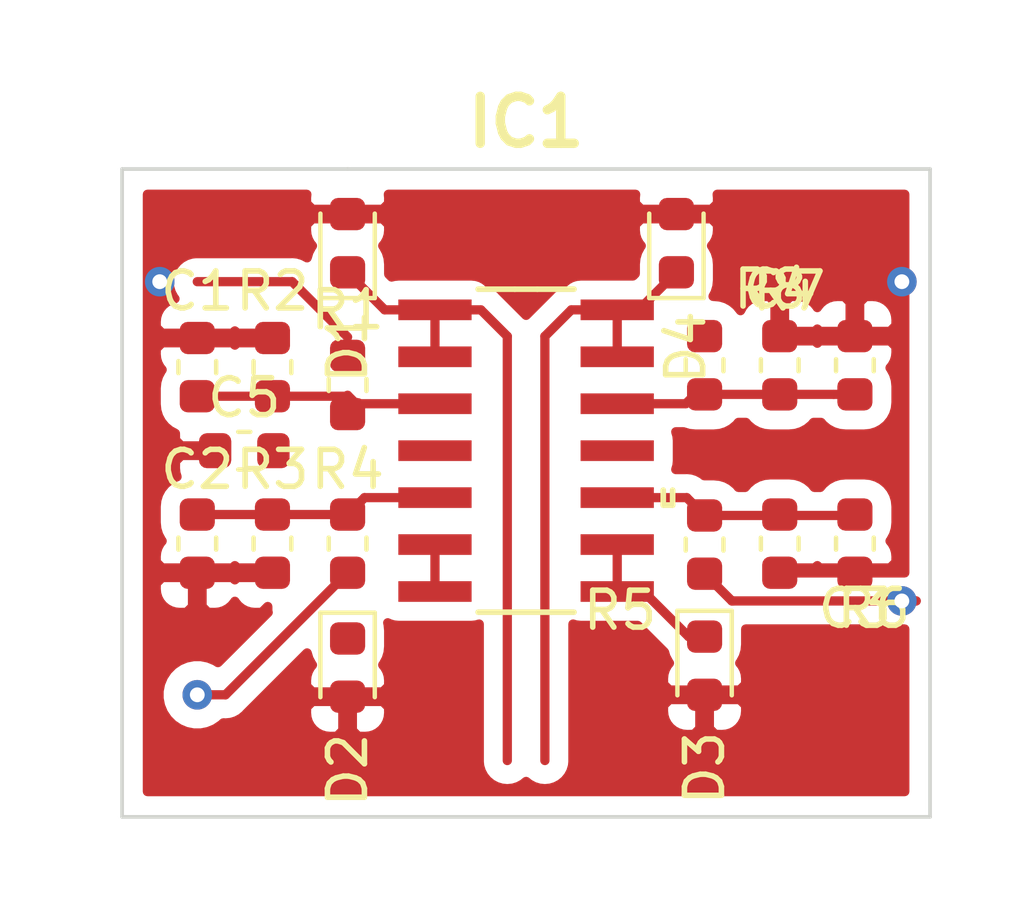
<source format=kicad_pcb>
(kicad_pcb (version 20171130) (host pcbnew "(5.1.4)-1")

  (general
    (thickness 1.6)
    (drawings 5)
    (tracks 48)
    (zones 0)
    (modules 18)
    (nets 13)
  )

  (page A4)
  (layers
    (0 F.Cu signal)
    (31 B.Cu signal)
    (32 B.Adhes user)
    (33 F.Adhes user)
    (34 B.Paste user)
    (35 F.Paste user)
    (36 B.SilkS user)
    (37 F.SilkS user)
    (38 B.Mask user)
    (39 F.Mask user)
    (40 Dwgs.User user)
    (41 Cmts.User user)
    (42 Eco1.User user)
    (43 Eco2.User user)
    (44 Edge.Cuts user)
    (45 Margin user)
    (46 B.CrtYd user)
    (47 F.CrtYd user)
    (48 B.Fab user)
    (49 F.Fab user hide)
  )

  (setup
    (last_trace_width 0.25)
    (trace_clearance 0.2)
    (zone_clearance 0.508)
    (zone_45_only no)
    (trace_min 0.25)
    (via_size 0.8)
    (via_drill 0.4)
    (via_min_size 0.4)
    (via_min_drill 0.3)
    (uvia_size 0.3)
    (uvia_drill 0.1)
    (uvias_allowed no)
    (uvia_min_size 0.2)
    (uvia_min_drill 0.1)
    (edge_width 0.05)
    (segment_width 0.2)
    (pcb_text_width 0.3)
    (pcb_text_size 1.5 1.5)
    (mod_edge_width 0.12)
    (mod_text_size 1 1)
    (mod_text_width 0.15)
    (pad_size 0.875 0.95)
    (pad_drill 0)
    (pad_to_mask_clearance 0.051)
    (solder_mask_min_width 0.25)
    (aux_axis_origin 0 0)
    (visible_elements 7FFFF7FF)
    (pcbplotparams
      (layerselection 0x010fc_ffffffff)
      (usegerberextensions false)
      (usegerberattributes false)
      (usegerberadvancedattributes false)
      (creategerberjobfile false)
      (excludeedgelayer true)
      (linewidth 0.100000)
      (plotframeref false)
      (viasonmask false)
      (mode 1)
      (useauxorigin false)
      (hpglpennumber 1)
      (hpglpenspeed 20)
      (hpglpendiameter 15.000000)
      (psnegative false)
      (psa4output false)
      (plotreference true)
      (plotvalue true)
      (plotinvisibletext false)
      (padsonsilk false)
      (subtractmaskfromsilk false)
      (outputformat 1)
      (mirror false)
      (drillshape 1)
      (scaleselection 1)
      (outputdirectory ""))
  )

  (net 0 "")
  (net 1 GND)
  (net 2 IN1+)
  (net 3 IN2+)
  (net 4 IN3+)
  (net 5 IN4+)
  (net 6 Out1)
  (net 7 Out2)
  (net 8 Out4)
  (net 9 Out3)
  (net 10 Sensor_Input_2)
  (net 11 Sensor_Input_4)
  (net 12 Sensor_Input_3)

  (net_class Default "This is the default net class."
    (clearance 0.2)
    (trace_width 0.25)
    (via_dia 0.8)
    (via_drill 0.4)
    (uvia_dia 0.3)
    (uvia_drill 0.1)
    (add_net GND)
    (add_net IN1+)
    (add_net IN2+)
    (add_net IN3+)
    (add_net IN4+)
    (add_net "Net-(C5-Pad2)")
    (add_net "Net-(IC1-Pad11)")
    (add_net "Net-(IC1-Pad4)")
    (add_net Out1)
    (add_net Out2)
    (add_net Out3)
    (add_net Out4)
    (add_net Sensor_Input_1)
    (add_net Sensor_Input_2)
    (add_net Sensor_Input_3)
    (add_net Sensor_Input_4)
  )

  (module AR20_Voltagedivider:SOIC127P600X175-14N (layer F.Cu) (tedit 0) (tstamp 5DB7D83A)
    (at 155.194 82.296)
    (descr SOIC127P600X175-14N)
    (tags "Integrated Circuit")
    (path /5DB71EF9)
    (attr smd)
    (fp_text reference IC1 (at 0 -8.89) (layer F.SilkS)
      (effects (font (size 1.27 1.27) (thickness 0.254)))
    )
    (fp_text value LM324DRG3 (at 0 -5.588) (layer F.SilkS) hide
      (effects (font (size 1.27 0.5) (thickness 0.05)))
    )
    (fp_line (start 3.7084 1.4732) (end 3.7084 1.0668) (layer F.SilkS) (width 0.1524))
    (fp_line (start 3.9624 1.4732) (end 3.7084 1.4732) (layer F.SilkS) (width 0.1524))
    (fp_line (start 3.9624 1.0668) (end 3.9624 1.4732) (layer F.SilkS) (width 0.1524))
    (fp_line (start -0.3048 -4.3688) (end -1.2954 -4.3688) (layer F.SilkS) (width 0.1524))
    (fp_line (start 0.3048 -4.3688) (end -0.3048 -4.3688) (layer F.SilkS) (width 0.1524))
    (fp_line (start 1.2954 -4.3688) (end 0.3048 -4.3688) (layer F.SilkS) (width 0.1524))
    (fp_line (start -1.2954 4.3688) (end 1.2954 4.3688) (layer F.SilkS) (width 0.1524))
    (fp_line (start -2.0066 -4.3688) (end -2.0066 4.3688) (layer F.Fab) (width 0.1524))
    (fp_line (start -0.3048 -4.3688) (end -2.0066 -4.3688) (layer F.Fab) (width 0.1524))
    (fp_line (start 0.3048 -4.3688) (end -0.3048 -4.3688) (layer F.Fab) (width 0.1524))
    (fp_line (start 2.0066 -4.3688) (end 0.3048 -4.3688) (layer F.Fab) (width 0.1524))
    (fp_line (start 2.0066 4.3688) (end 2.0066 -4.3688) (layer F.Fab) (width 0.1524))
    (fp_line (start -2.0066 4.3688) (end 2.0066 4.3688) (layer F.Fab) (width 0.1524))
    (fp_line (start 3.0988 -4.064) (end 2.0066 -4.064) (layer F.Fab) (width 0.1524))
    (fp_line (start 3.0988 -3.556) (end 3.0988 -4.064) (layer F.Fab) (width 0.1524))
    (fp_line (start 2.0066 -3.556) (end 3.0988 -3.556) (layer F.Fab) (width 0.1524))
    (fp_line (start 2.0066 -4.064) (end 2.0066 -3.556) (layer F.Fab) (width 0.1524))
    (fp_line (start 3.0988 -2.794) (end 2.0066 -2.794) (layer F.Fab) (width 0.1524))
    (fp_line (start 3.0988 -2.286) (end 3.0988 -2.794) (layer F.Fab) (width 0.1524))
    (fp_line (start 2.0066 -2.286) (end 3.0988 -2.286) (layer F.Fab) (width 0.1524))
    (fp_line (start 2.0066 -2.794) (end 2.0066 -2.286) (layer F.Fab) (width 0.1524))
    (fp_line (start 3.0988 -1.524) (end 2.0066 -1.524) (layer F.Fab) (width 0.1524))
    (fp_line (start 3.0988 -1.016) (end 3.0988 -1.524) (layer F.Fab) (width 0.1524))
    (fp_line (start 2.0066 -1.016) (end 3.0988 -1.016) (layer F.Fab) (width 0.1524))
    (fp_line (start 2.0066 -1.524) (end 2.0066 -1.016) (layer F.Fab) (width 0.1524))
    (fp_line (start 3.0988 -0.254) (end 2.0066 -0.254) (layer F.Fab) (width 0.1524))
    (fp_line (start 3.0988 0.254) (end 3.0988 -0.254) (layer F.Fab) (width 0.1524))
    (fp_line (start 2.0066 0.254) (end 3.0988 0.254) (layer F.Fab) (width 0.1524))
    (fp_line (start 2.0066 -0.254) (end 2.0066 0.254) (layer F.Fab) (width 0.1524))
    (fp_line (start 3.0988 1.016) (end 2.0066 1.016) (layer F.Fab) (width 0.1524))
    (fp_line (start 3.0988 1.524) (end 3.0988 1.016) (layer F.Fab) (width 0.1524))
    (fp_line (start 2.0066 1.524) (end 3.0988 1.524) (layer F.Fab) (width 0.1524))
    (fp_line (start 2.0066 1.016) (end 2.0066 1.524) (layer F.Fab) (width 0.1524))
    (fp_line (start 3.0988 2.286) (end 2.0066 2.286) (layer F.Fab) (width 0.1524))
    (fp_line (start 3.0988 2.794) (end 3.0988 2.286) (layer F.Fab) (width 0.1524))
    (fp_line (start 2.0066 2.794) (end 3.0988 2.794) (layer F.Fab) (width 0.1524))
    (fp_line (start 2.0066 2.286) (end 2.0066 2.794) (layer F.Fab) (width 0.1524))
    (fp_line (start 3.0988 3.556) (end 2.0066 3.556) (layer F.Fab) (width 0.1524))
    (fp_line (start 3.0988 4.064) (end 3.0988 3.556) (layer F.Fab) (width 0.1524))
    (fp_line (start 2.0066 4.064) (end 3.0988 4.064) (layer F.Fab) (width 0.1524))
    (fp_line (start 2.0066 3.556) (end 2.0066 4.064) (layer F.Fab) (width 0.1524))
    (fp_line (start -3.0988 4.064) (end -2.0066 4.064) (layer F.Fab) (width 0.1524))
    (fp_line (start -3.0988 3.556) (end -3.0988 4.064) (layer F.Fab) (width 0.1524))
    (fp_line (start -2.0066 3.556) (end -3.0988 3.556) (layer F.Fab) (width 0.1524))
    (fp_line (start -2.0066 4.064) (end -2.0066 3.556) (layer F.Fab) (width 0.1524))
    (fp_line (start -3.0988 2.794) (end -2.0066 2.794) (layer F.Fab) (width 0.1524))
    (fp_line (start -3.0988 2.286) (end -3.0988 2.794) (layer F.Fab) (width 0.1524))
    (fp_line (start -2.0066 2.286) (end -3.0988 2.286) (layer F.Fab) (width 0.1524))
    (fp_line (start -2.0066 2.794) (end -2.0066 2.286) (layer F.Fab) (width 0.1524))
    (fp_line (start -3.0988 1.524) (end -2.0066 1.524) (layer F.Fab) (width 0.1524))
    (fp_line (start -3.0988 1.016) (end -3.0988 1.524) (layer F.Fab) (width 0.1524))
    (fp_line (start -2.0066 1.016) (end -3.0988 1.016) (layer F.Fab) (width 0.1524))
    (fp_line (start -2.0066 1.524) (end -2.0066 1.016) (layer F.Fab) (width 0.1524))
    (fp_line (start -3.0988 0.254) (end -2.0066 0.254) (layer F.Fab) (width 0.1524))
    (fp_line (start -3.0988 -0.254) (end -3.0988 0.254) (layer F.Fab) (width 0.1524))
    (fp_line (start -2.0066 -0.254) (end -3.0988 -0.254) (layer F.Fab) (width 0.1524))
    (fp_line (start -2.0066 0.254) (end -2.0066 -0.254) (layer F.Fab) (width 0.1524))
    (fp_line (start -3.0988 -1.016) (end -2.0066 -1.016) (layer F.Fab) (width 0.1524))
    (fp_line (start -3.0988 -1.524) (end -3.0988 -1.016) (layer F.Fab) (width 0.1524))
    (fp_line (start -2.0066 -1.524) (end -3.0988 -1.524) (layer F.Fab) (width 0.1524))
    (fp_line (start -2.0066 -1.016) (end -2.0066 -1.524) (layer F.Fab) (width 0.1524))
    (fp_line (start -3.0988 -2.286) (end -2.0066 -2.286) (layer F.Fab) (width 0.1524))
    (fp_line (start -3.0988 -2.794) (end -3.0988 -2.286) (layer F.Fab) (width 0.1524))
    (fp_line (start -2.0066 -2.794) (end -3.0988 -2.794) (layer F.Fab) (width 0.1524))
    (fp_line (start -2.0066 -2.286) (end -2.0066 -2.794) (layer F.Fab) (width 0.1524))
    (fp_line (start -3.0988 -3.556) (end -2.0066 -3.556) (layer F.Fab) (width 0.1524))
    (fp_line (start -3.0988 -4.064) (end -3.0988 -3.556) (layer F.Fab) (width 0.1524))
    (fp_line (start -2.0066 -4.064) (end -3.0988 -4.064) (layer F.Fab) (width 0.1524))
    (fp_line (start -2.0066 -3.556) (end -2.0066 -4.064) (layer F.Fab) (width 0.1524))
    (pad 14 smd rect (at 2.4638 -3.81 90) (size 0.5588 1.9812) (layers F.Cu F.Paste F.Mask)
      (net 8 Out4))
    (pad 13 smd rect (at 2.4638 -2.54 90) (size 0.5588 1.9812) (layers F.Cu F.Paste F.Mask)
      (net 8 Out4))
    (pad 12 smd rect (at 2.4638 -1.27 90) (size 0.5588 1.9812) (layers F.Cu F.Paste F.Mask)
      (net 5 IN4+))
    (pad 11 smd rect (at 2.4638 0 90) (size 0.5588 1.9812) (layers F.Cu F.Paste F.Mask))
    (pad 10 smd rect (at 2.4638 1.27 90) (size 0.5588 1.9812) (layers F.Cu F.Paste F.Mask)
      (net 4 IN3+))
    (pad 9 smd rect (at 2.4638 2.54 90) (size 0.5588 1.9812) (layers F.Cu F.Paste F.Mask)
      (net 9 Out3))
    (pad 8 smd rect (at 2.4638 3.81 90) (size 0.5588 1.9812) (layers F.Cu F.Paste F.Mask)
      (net 9 Out3))
    (pad 7 smd rect (at -2.4638 3.81 90) (size 0.5588 1.9812) (layers F.Cu F.Paste F.Mask)
      (net 7 Out2))
    (pad 6 smd rect (at -2.4638 2.54 90) (size 0.5588 1.9812) (layers F.Cu F.Paste F.Mask)
      (net 7 Out2))
    (pad 5 smd rect (at -2.4638 1.27 90) (size 0.5588 1.9812) (layers F.Cu F.Paste F.Mask)
      (net 3 IN2+))
    (pad 4 smd rect (at -2.4638 0 90) (size 0.5588 1.9812) (layers F.Cu F.Paste F.Mask))
    (pad 3 smd rect (at -2.4638 -1.27 90) (size 0.5588 1.9812) (layers F.Cu F.Paste F.Mask)
      (net 2 IN1+))
    (pad 2 smd rect (at -2.4638 -2.54 90) (size 0.5588 1.9812) (layers F.Cu F.Paste F.Mask)
      (net 6 Out1))
    (pad 1 smd rect (at -2.4638 -3.81 90) (size 0.5588 1.9812) (layers F.Cu F.Paste F.Mask)
      (net 6 Out1))
  )

  (module Capacitor_SMD:C_0603_1608Metric (layer F.Cu) (tedit 5B301BBE) (tstamp 5DB8CC25)
    (at 147.574 82.296)
    (descr "Capacitor SMD 0603 (1608 Metric), square (rectangular) end terminal, IPC_7351 nominal, (Body size source: http://www.tortai-tech.com/upload/download/2011102023233369053.pdf), generated with kicad-footprint-generator")
    (tags capacitor)
    (path /5DBB5E86)
    (attr smd)
    (fp_text reference C5 (at 0 -1.43) (layer F.SilkS)
      (effects (font (size 1 1) (thickness 0.15)))
    )
    (fp_text value C (at 0 1.43) (layer F.Fab)
      (effects (font (size 1 1) (thickness 0.15)))
    )
    (fp_text user %R (at 0 0) (layer F.Fab)
      (effects (font (size 0.4 0.4) (thickness 0.06)))
    )
    (fp_line (start 1.48 0.73) (end -1.48 0.73) (layer F.CrtYd) (width 0.05))
    (fp_line (start 1.48 -0.73) (end 1.48 0.73) (layer F.CrtYd) (width 0.05))
    (fp_line (start -1.48 -0.73) (end 1.48 -0.73) (layer F.CrtYd) (width 0.05))
    (fp_line (start -1.48 0.73) (end -1.48 -0.73) (layer F.CrtYd) (width 0.05))
    (fp_line (start -0.162779 0.51) (end 0.162779 0.51) (layer F.SilkS) (width 0.12))
    (fp_line (start -0.162779 -0.51) (end 0.162779 -0.51) (layer F.SilkS) (width 0.12))
    (fp_line (start 0.8 0.4) (end -0.8 0.4) (layer F.Fab) (width 0.1))
    (fp_line (start 0.8 -0.4) (end 0.8 0.4) (layer F.Fab) (width 0.1))
    (fp_line (start -0.8 -0.4) (end 0.8 -0.4) (layer F.Fab) (width 0.1))
    (fp_line (start -0.8 0.4) (end -0.8 -0.4) (layer F.Fab) (width 0.1))
    (pad 2 smd roundrect (at 0.7875 0) (size 0.875 0.95) (layers F.Cu F.Paste F.Mask) (roundrect_rratio 0.25))
    (pad 1 smd roundrect (at -0.7875 0) (size 0.875 0.95) (layers F.Cu F.Paste F.Mask) (roundrect_rratio 0.25)
      (net 1 GND))
    (model ${KISYS3DMOD}/Capacitor_SMD.3dshapes/C_0603_1608Metric.wrl
      (at (xyz 0 0 0))
      (scale (xyz 1 1 1))
      (rotate (xyz 0 0 0))
    )
  )

  (module Resistor_SMD:R_0603_1608Metric (layer F.Cu) (tedit 5B301BBD) (tstamp 5DB7E37F)
    (at 164.084 79.9845 90)
    (descr "Resistor SMD 0603 (1608 Metric), square (rectangular) end terminal, IPC_7351 nominal, (Body size source: http://www.tortai-tech.com/upload/download/2011102023233369053.pdf), generated with kicad-footprint-generator")
    (tags resistor)
    (path /5DB9ADF3)
    (attr smd)
    (fp_text reference R8 (at 2.0575 -2.286 180) (layer F.SilkS)
      (effects (font (size 1 1) (thickness 0.15)))
    )
    (fp_text value 20k (at 0 1.43 90) (layer F.Fab)
      (effects (font (size 1 1) (thickness 0.15)))
    )
    (fp_text user %R (at 0 0 90) (layer F.Fab)
      (effects (font (size 0.4 0.4) (thickness 0.06)))
    )
    (fp_line (start 1.48 0.73) (end -1.48 0.73) (layer F.CrtYd) (width 0.05))
    (fp_line (start 1.48 -0.73) (end 1.48 0.73) (layer F.CrtYd) (width 0.05))
    (fp_line (start -1.48 -0.73) (end 1.48 -0.73) (layer F.CrtYd) (width 0.05))
    (fp_line (start -1.48 0.73) (end -1.48 -0.73) (layer F.CrtYd) (width 0.05))
    (fp_line (start -0.162779 0.51) (end 0.162779 0.51) (layer F.SilkS) (width 0.12))
    (fp_line (start -0.162779 -0.51) (end 0.162779 -0.51) (layer F.SilkS) (width 0.12))
    (fp_line (start 0.8 0.4) (end -0.8 0.4) (layer F.Fab) (width 0.1))
    (fp_line (start 0.8 -0.4) (end 0.8 0.4) (layer F.Fab) (width 0.1))
    (fp_line (start -0.8 -0.4) (end 0.8 -0.4) (layer F.Fab) (width 0.1))
    (fp_line (start -0.8 0.4) (end -0.8 -0.4) (layer F.Fab) (width 0.1))
    (pad 2 smd roundrect (at 0.7875 0 90) (size 0.875 0.95) (layers F.Cu F.Paste F.Mask) (roundrect_rratio 0.25)
      (net 1 GND))
    (pad 1 smd roundrect (at -0.7875 0 90) (size 0.875 0.95) (layers F.Cu F.Paste F.Mask) (roundrect_rratio 0.25)
      (net 5 IN4+))
    (model ${KISYS3DMOD}/Resistor_SMD.3dshapes/R_0603_1608Metric.wrl
      (at (xyz 0 0 0))
      (scale (xyz 1 1 1))
      (rotate (xyz 0 0 0))
    )
  )

  (module Resistor_SMD:R_0603_1608Metric (layer F.Cu) (tedit 5B301BBD) (tstamp 5DB7E36E)
    (at 160.02 79.9845 270)
    (descr "Resistor SMD 0603 (1608 Metric), square (rectangular) end terminal, IPC_7351 nominal, (Body size source: http://www.tortai-tech.com/upload/download/2011102023233369053.pdf), generated with kicad-footprint-generator")
    (tags resistor)
    (path /5DB9ADED)
    (attr smd)
    (fp_text reference R7 (at -2.0065 -2.286 180) (layer F.SilkS)
      (effects (font (size 1 1) (thickness 0.15)))
    )
    (fp_text value 10k (at 0 1.43 90) (layer F.Fab)
      (effects (font (size 1 1) (thickness 0.15)))
    )
    (fp_text user %R (at 0 0 90) (layer F.Fab)
      (effects (font (size 0.4 0.4) (thickness 0.06)))
    )
    (fp_line (start 1.48 0.73) (end -1.48 0.73) (layer F.CrtYd) (width 0.05))
    (fp_line (start 1.48 -0.73) (end 1.48 0.73) (layer F.CrtYd) (width 0.05))
    (fp_line (start -1.48 -0.73) (end 1.48 -0.73) (layer F.CrtYd) (width 0.05))
    (fp_line (start -1.48 0.73) (end -1.48 -0.73) (layer F.CrtYd) (width 0.05))
    (fp_line (start -0.162779 0.51) (end 0.162779 0.51) (layer F.SilkS) (width 0.12))
    (fp_line (start -0.162779 -0.51) (end 0.162779 -0.51) (layer F.SilkS) (width 0.12))
    (fp_line (start 0.8 0.4) (end -0.8 0.4) (layer F.Fab) (width 0.1))
    (fp_line (start 0.8 -0.4) (end 0.8 0.4) (layer F.Fab) (width 0.1))
    (fp_line (start -0.8 -0.4) (end 0.8 -0.4) (layer F.Fab) (width 0.1))
    (fp_line (start -0.8 0.4) (end -0.8 -0.4) (layer F.Fab) (width 0.1))
    (pad 2 smd roundrect (at 0.7875 0 270) (size 0.875 0.95) (layers F.Cu F.Paste F.Mask) (roundrect_rratio 0.25)
      (net 5 IN4+))
    (pad 1 smd roundrect (at -0.7875 0 270) (size 0.875 0.95) (layers F.Cu F.Paste F.Mask) (roundrect_rratio 0.25))
    (model ${KISYS3DMOD}/Resistor_SMD.3dshapes/R_0603_1608Metric.wrl
      (at (xyz 0 0 0))
      (scale (xyz 1 1 1))
      (rotate (xyz 0 0 0))
    )
  )

  (module Resistor_SMD:R_0603_1608Metric (layer F.Cu) (tedit 5B301BBD) (tstamp 5DB7E35D)
    (at 162.052 84.8105 270)
    (descr "Resistor SMD 0603 (1608 Metric), square (rectangular) end terminal, IPC_7351 nominal, (Body size source: http://www.tortai-tech.com/upload/download/2011102023233369053.pdf), generated with kicad-footprint-generator")
    (tags resistor)
    (path /5DB97337)
    (attr smd)
    (fp_text reference R6 (at 1.7525 -2.54 180) (layer F.SilkS)
      (effects (font (size 1 1) (thickness 0.15)))
    )
    (fp_text value 20k (at 0 1.43 90) (layer F.Fab)
      (effects (font (size 1 1) (thickness 0.15)))
    )
    (fp_text user %R (at 0 0 90) (layer F.Fab)
      (effects (font (size 0.4 0.4) (thickness 0.06)))
    )
    (fp_line (start 1.48 0.73) (end -1.48 0.73) (layer F.CrtYd) (width 0.05))
    (fp_line (start 1.48 -0.73) (end 1.48 0.73) (layer F.CrtYd) (width 0.05))
    (fp_line (start -1.48 -0.73) (end 1.48 -0.73) (layer F.CrtYd) (width 0.05))
    (fp_line (start -1.48 0.73) (end -1.48 -0.73) (layer F.CrtYd) (width 0.05))
    (fp_line (start -0.162779 0.51) (end 0.162779 0.51) (layer F.SilkS) (width 0.12))
    (fp_line (start -0.162779 -0.51) (end 0.162779 -0.51) (layer F.SilkS) (width 0.12))
    (fp_line (start 0.8 0.4) (end -0.8 0.4) (layer F.Fab) (width 0.1))
    (fp_line (start 0.8 -0.4) (end 0.8 0.4) (layer F.Fab) (width 0.1))
    (fp_line (start -0.8 -0.4) (end 0.8 -0.4) (layer F.Fab) (width 0.1))
    (fp_line (start -0.8 0.4) (end -0.8 -0.4) (layer F.Fab) (width 0.1))
    (pad 2 smd roundrect (at 0.7875 0 270) (size 0.875 0.95) (layers F.Cu F.Paste F.Mask) (roundrect_rratio 0.25)
      (net 1 GND))
    (pad 1 smd roundrect (at -0.7875 0 270) (size 0.875 0.95) (layers F.Cu F.Paste F.Mask) (roundrect_rratio 0.25)
      (net 4 IN3+))
    (model ${KISYS3DMOD}/Resistor_SMD.3dshapes/R_0603_1608Metric.wrl
      (at (xyz 0 0 0))
      (scale (xyz 1 1 1))
      (rotate (xyz 0 0 0))
    )
  )

  (module Resistor_SMD:R_0603_1608Metric (layer F.Cu) (tedit 5B301BBD) (tstamp 5DB7E34C)
    (at 160.02 84.836 90)
    (descr "Resistor SMD 0603 (1608 Metric), square (rectangular) end terminal, IPC_7351 nominal, (Body size source: http://www.tortai-tech.com/upload/download/2011102023233369053.pdf), generated with kicad-footprint-generator")
    (tags resistor)
    (path /5DB97331)
    (attr smd)
    (fp_text reference R5 (at -1.778 -2.286 180) (layer F.SilkS)
      (effects (font (size 1 1) (thickness 0.15)))
    )
    (fp_text value 10k (at 0 1.43 90) (layer F.Fab)
      (effects (font (size 1 1) (thickness 0.15)))
    )
    (fp_text user %R (at 0 0 90) (layer F.Fab)
      (effects (font (size 0.4 0.4) (thickness 0.06)))
    )
    (fp_line (start 1.48 0.73) (end -1.48 0.73) (layer F.CrtYd) (width 0.05))
    (fp_line (start 1.48 -0.73) (end 1.48 0.73) (layer F.CrtYd) (width 0.05))
    (fp_line (start -1.48 -0.73) (end 1.48 -0.73) (layer F.CrtYd) (width 0.05))
    (fp_line (start -1.48 0.73) (end -1.48 -0.73) (layer F.CrtYd) (width 0.05))
    (fp_line (start -0.162779 0.51) (end 0.162779 0.51) (layer F.SilkS) (width 0.12))
    (fp_line (start -0.162779 -0.51) (end 0.162779 -0.51) (layer F.SilkS) (width 0.12))
    (fp_line (start 0.8 0.4) (end -0.8 0.4) (layer F.Fab) (width 0.1))
    (fp_line (start 0.8 -0.4) (end 0.8 0.4) (layer F.Fab) (width 0.1))
    (fp_line (start -0.8 -0.4) (end 0.8 -0.4) (layer F.Fab) (width 0.1))
    (fp_line (start -0.8 0.4) (end -0.8 -0.4) (layer F.Fab) (width 0.1))
    (pad 2 smd roundrect (at 0.7875 0 90) (size 0.875 0.95) (layers F.Cu F.Paste F.Mask) (roundrect_rratio 0.25)
      (net 4 IN3+))
    (pad 1 smd roundrect (at -0.7875 0 90) (size 0.875 0.95) (layers F.Cu F.Paste F.Mask) (roundrect_rratio 0.25))
    (model ${KISYS3DMOD}/Resistor_SMD.3dshapes/R_0603_1608Metric.wrl
      (at (xyz 0 0 0))
      (scale (xyz 1 1 1))
      (rotate (xyz 0 0 0))
    )
  )

  (module Resistor_SMD:R_0603_1608Metric (layer F.Cu) (tedit 5B301BBD) (tstamp 5DB7E33B)
    (at 148.336 84.8105 270)
    (descr "Resistor SMD 0603 (1608 Metric), square (rectangular) end terminal, IPC_7351 nominal, (Body size source: http://www.tortai-tech.com/upload/download/2011102023233369053.pdf), generated with kicad-footprint-generator")
    (tags resistor)
    (path /5DB99295)
    (attr smd)
    (fp_text reference R4 (at -2.0065 -2.032 180) (layer F.SilkS)
      (effects (font (size 1 1) (thickness 0.15)))
    )
    (fp_text value 20k (at 2.8195 0 90) (layer F.Fab)
      (effects (font (size 1 1) (thickness 0.15)))
    )
    (fp_text user %R (at 0 0 90) (layer F.Fab)
      (effects (font (size 0.4 0.4) (thickness 0.06)))
    )
    (fp_line (start 1.48 0.73) (end -1.48 0.73) (layer F.CrtYd) (width 0.05))
    (fp_line (start 1.48 -0.73) (end 1.48 0.73) (layer F.CrtYd) (width 0.05))
    (fp_line (start -1.48 -0.73) (end 1.48 -0.73) (layer F.CrtYd) (width 0.05))
    (fp_line (start -1.48 0.73) (end -1.48 -0.73) (layer F.CrtYd) (width 0.05))
    (fp_line (start -0.162779 0.51) (end 0.162779 0.51) (layer F.SilkS) (width 0.12))
    (fp_line (start -0.162779 -0.51) (end 0.162779 -0.51) (layer F.SilkS) (width 0.12))
    (fp_line (start 0.8 0.4) (end -0.8 0.4) (layer F.Fab) (width 0.1))
    (fp_line (start 0.8 -0.4) (end 0.8 0.4) (layer F.Fab) (width 0.1))
    (fp_line (start -0.8 -0.4) (end 0.8 -0.4) (layer F.Fab) (width 0.1))
    (fp_line (start -0.8 0.4) (end -0.8 -0.4) (layer F.Fab) (width 0.1))
    (pad 2 smd roundrect (at 0.7875 0 270) (size 0.875 0.95) (layers F.Cu F.Paste F.Mask) (roundrect_rratio 0.25)
      (net 1 GND))
    (pad 1 smd roundrect (at -0.7875 0 270) (size 0.875 0.95) (layers F.Cu F.Paste F.Mask) (roundrect_rratio 0.25)
      (net 3 IN2+))
    (model ${KISYS3DMOD}/Resistor_SMD.3dshapes/R_0603_1608Metric.wrl
      (at (xyz 0 0 0))
      (scale (xyz 1 1 1))
      (rotate (xyz 0 0 0))
    )
  )

  (module Resistor_SMD:R_0603_1608Metric (layer F.Cu) (tedit 5DB9CA2A) (tstamp 5DB7E32A)
    (at 150.368 84.8105 90)
    (descr "Resistor SMD 0603 (1608 Metric), square (rectangular) end terminal, IPC_7351 nominal, (Body size source: http://www.tortai-tech.com/upload/download/2011102023233369053.pdf), generated with kicad-footprint-generator")
    (tags resistor)
    (path /5DB9928F)
    (attr smd)
    (fp_text reference R3 (at 2.0065 -2.032 180) (layer F.SilkS)
      (effects (font (size 1 1) (thickness 0.15)))
    )
    (fp_text value 10k (at 0 1.43 90) (layer F.Fab)
      (effects (font (size 1 1) (thickness 0.15)))
    )
    (fp_text user %R (at 0 0 90) (layer F.Fab)
      (effects (font (size 0.4 0.4) (thickness 0.06)))
    )
    (fp_line (start 1.48 0.73) (end -1.48 0.73) (layer F.CrtYd) (width 0.05))
    (fp_line (start 1.48 -0.73) (end 1.48 0.73) (layer F.CrtYd) (width 0.05))
    (fp_line (start -1.48 -0.73) (end 1.48 -0.73) (layer F.CrtYd) (width 0.05))
    (fp_line (start -1.48 0.73) (end -1.48 -0.73) (layer F.CrtYd) (width 0.05))
    (fp_line (start -0.162779 0.51) (end 0.162779 0.51) (layer F.SilkS) (width 0.12))
    (fp_line (start -0.162779 -0.51) (end 0.162779 -0.51) (layer F.SilkS) (width 0.12))
    (fp_line (start 0.8 0.4) (end -0.8 0.4) (layer F.Fab) (width 0.1))
    (fp_line (start 0.8 -0.4) (end 0.8 0.4) (layer F.Fab) (width 0.1))
    (fp_line (start -0.8 -0.4) (end 0.8 -0.4) (layer F.Fab) (width 0.1))
    (fp_line (start -0.8 0.4) (end -0.8 -0.4) (layer F.Fab) (width 0.1))
    (pad 2 smd roundrect (at 0.7875 0 90) (size 0.875 0.95) (layers F.Cu F.Paste F.Mask) (roundrect_rratio 0.25)
      (net 3 IN2+))
    (pad 1 smd roundrect (at -0.7875 0 90) (size 0.875 0.95) (layers F.Cu F.Paste F.Mask) (roundrect_rratio 0.25))
    (model ${KISYS3DMOD}/Resistor_SMD.3dshapes/R_0603_1608Metric.wrl
      (at (xyz 0 0 0))
      (scale (xyz 1 1 1))
      (rotate (xyz 0 0 0))
    )
  )

  (module Diode_SMD:D_0603_1608Metric (layer F.Cu) (tedit 5B301BBE) (tstamp 5DB7E22D)
    (at 159.258 76.6825 90)
    (descr "Diode SMD 0603 (1608 Metric), square (rectangular) end terminal, IPC_7351 nominal, (Body size source: http://www.tortai-tech.com/upload/download/2011102023233369053.pdf), generated with kicad-footprint-generator")
    (tags diode)
    (path /5DB9ADFF)
    (attr smd)
    (fp_text reference D4 (at -2.8195 0.254 90) (layer F.SilkS)
      (effects (font (size 1 1) (thickness 0.15)))
    )
    (fp_text value 3V (at 0 1.43 90) (layer F.Fab)
      (effects (font (size 1 1) (thickness 0.15)))
    )
    (fp_text user %R (at 0 0 90) (layer F.Fab)
      (effects (font (size 0.4 0.4) (thickness 0.06)))
    )
    (fp_line (start 1.48 0.73) (end -1.48 0.73) (layer F.CrtYd) (width 0.05))
    (fp_line (start 1.48 -0.73) (end 1.48 0.73) (layer F.CrtYd) (width 0.05))
    (fp_line (start -1.48 -0.73) (end 1.48 -0.73) (layer F.CrtYd) (width 0.05))
    (fp_line (start -1.48 0.73) (end -1.48 -0.73) (layer F.CrtYd) (width 0.05))
    (fp_line (start -1.485 0.735) (end 0.8 0.735) (layer F.SilkS) (width 0.12))
    (fp_line (start -1.485 -0.735) (end -1.485 0.735) (layer F.SilkS) (width 0.12))
    (fp_line (start 0.8 -0.735) (end -1.485 -0.735) (layer F.SilkS) (width 0.12))
    (fp_line (start 0.8 0.4) (end 0.8 -0.4) (layer F.Fab) (width 0.1))
    (fp_line (start -0.8 0.4) (end 0.8 0.4) (layer F.Fab) (width 0.1))
    (fp_line (start -0.8 -0.1) (end -0.8 0.4) (layer F.Fab) (width 0.1))
    (fp_line (start -0.5 -0.4) (end -0.8 -0.1) (layer F.Fab) (width 0.1))
    (fp_line (start 0.8 -0.4) (end -0.5 -0.4) (layer F.Fab) (width 0.1))
    (pad 2 smd roundrect (at 0.7875 0 90) (size 0.875 0.95) (layers F.Cu F.Paste F.Mask) (roundrect_rratio 0.25)
      (net 1 GND))
    (pad 1 smd roundrect (at -0.7875 0 90) (size 0.875 0.95) (layers F.Cu F.Paste F.Mask) (roundrect_rratio 0.25)
      (net 8 Out4))
    (model ${KISYS3DMOD}/Diode_SMD.3dshapes/D_0603_1608Metric.wrl
      (at (xyz 0 0 0))
      (scale (xyz 1 1 1))
      (rotate (xyz 0 0 0))
    )
  )

  (module Diode_SMD:D_0603_1608Metric (layer F.Cu) (tedit 5B301BBE) (tstamp 5DB7E21A)
    (at 160.02 88.1125 270)
    (descr "Diode SMD 0603 (1608 Metric), square (rectangular) end terminal, IPC_7351 nominal, (Body size source: http://www.tortai-tech.com/upload/download/2011102023233369053.pdf), generated with kicad-footprint-generator")
    (tags diode)
    (path /5DB97343)
    (attr smd)
    (fp_text reference D3 (at 2.7685 0 90) (layer F.SilkS)
      (effects (font (size 1 1) (thickness 0.15)))
    )
    (fp_text value 3V (at 0 1.43 90) (layer F.Fab)
      (effects (font (size 1 1) (thickness 0.15)))
    )
    (fp_text user %R (at 0 0 90) (layer F.Fab)
      (effects (font (size 0.4 0.4) (thickness 0.06)))
    )
    (fp_line (start 1.48 0.73) (end -1.48 0.73) (layer F.CrtYd) (width 0.05))
    (fp_line (start 1.48 -0.73) (end 1.48 0.73) (layer F.CrtYd) (width 0.05))
    (fp_line (start -1.48 -0.73) (end 1.48 -0.73) (layer F.CrtYd) (width 0.05))
    (fp_line (start -1.48 0.73) (end -1.48 -0.73) (layer F.CrtYd) (width 0.05))
    (fp_line (start -1.485 0.735) (end 0.8 0.735) (layer F.SilkS) (width 0.12))
    (fp_line (start -1.485 -0.735) (end -1.485 0.735) (layer F.SilkS) (width 0.12))
    (fp_line (start 0.8 -0.735) (end -1.485 -0.735) (layer F.SilkS) (width 0.12))
    (fp_line (start 0.8 0.4) (end 0.8 -0.4) (layer F.Fab) (width 0.1))
    (fp_line (start -0.8 0.4) (end 0.8 0.4) (layer F.Fab) (width 0.1))
    (fp_line (start -0.8 -0.1) (end -0.8 0.4) (layer F.Fab) (width 0.1))
    (fp_line (start -0.5 -0.4) (end -0.8 -0.1) (layer F.Fab) (width 0.1))
    (fp_line (start 0.8 -0.4) (end -0.5 -0.4) (layer F.Fab) (width 0.1))
    (pad 2 smd roundrect (at 0.7875 0 270) (size 0.875 0.95) (layers F.Cu F.Paste F.Mask) (roundrect_rratio 0.25)
      (net 1 GND))
    (pad 1 smd roundrect (at -0.7875 0 270) (size 0.875 0.95) (layers F.Cu F.Paste F.Mask) (roundrect_rratio 0.25)
      (net 9 Out3))
    (model ${KISYS3DMOD}/Diode_SMD.3dshapes/D_0603_1608Metric.wrl
      (at (xyz 0 0 0))
      (scale (xyz 1 1 1))
      (rotate (xyz 0 0 0))
    )
  )

  (module Diode_SMD:D_0603_1608Metric (layer F.Cu) (tedit 5B301BBE) (tstamp 5DB7E207)
    (at 150.368 88.1635 270)
    (descr "Diode SMD 0603 (1608 Metric), square (rectangular) end terminal, IPC_7351 nominal, (Body size source: http://www.tortai-tech.com/upload/download/2011102023233369053.pdf), generated with kicad-footprint-generator")
    (tags diode)
    (path /5DB992A1)
    (attr smd)
    (fp_text reference D2 (at 2.7685 0 90) (layer F.SilkS)
      (effects (font (size 1 1) (thickness 0.15)))
    )
    (fp_text value 3V (at 0 1.43 90) (layer F.Fab)
      (effects (font (size 1 1) (thickness 0.15)))
    )
    (fp_text user %R (at 0 0 90) (layer F.Fab)
      (effects (font (size 0.4 0.4) (thickness 0.06)))
    )
    (fp_line (start 1.48 0.73) (end -1.48 0.73) (layer F.CrtYd) (width 0.05))
    (fp_line (start 1.48 -0.73) (end 1.48 0.73) (layer F.CrtYd) (width 0.05))
    (fp_line (start -1.48 -0.73) (end 1.48 -0.73) (layer F.CrtYd) (width 0.05))
    (fp_line (start -1.48 0.73) (end -1.48 -0.73) (layer F.CrtYd) (width 0.05))
    (fp_line (start -1.485 0.735) (end 0.8 0.735) (layer F.SilkS) (width 0.12))
    (fp_line (start -1.485 -0.735) (end -1.485 0.735) (layer F.SilkS) (width 0.12))
    (fp_line (start 0.8 -0.735) (end -1.485 -0.735) (layer F.SilkS) (width 0.12))
    (fp_line (start 0.8 0.4) (end 0.8 -0.4) (layer F.Fab) (width 0.1))
    (fp_line (start -0.8 0.4) (end 0.8 0.4) (layer F.Fab) (width 0.1))
    (fp_line (start -0.8 -0.1) (end -0.8 0.4) (layer F.Fab) (width 0.1))
    (fp_line (start -0.5 -0.4) (end -0.8 -0.1) (layer F.Fab) (width 0.1))
    (fp_line (start 0.8 -0.4) (end -0.5 -0.4) (layer F.Fab) (width 0.1))
    (pad 2 smd roundrect (at 0.7875 0 270) (size 0.875 0.95) (layers F.Cu F.Paste F.Mask) (roundrect_rratio 0.25)
      (net 1 GND))
    (pad 1 smd roundrect (at -0.7875 0 270) (size 0.875 0.95) (layers F.Cu F.Paste F.Mask) (roundrect_rratio 0.25)
      (net 7 Out2))
    (model ${KISYS3DMOD}/Diode_SMD.3dshapes/D_0603_1608Metric.wrl
      (at (xyz 0 0 0))
      (scale (xyz 1 1 1))
      (rotate (xyz 0 0 0))
    )
  )

  (module Capacitor_SMD:C_0603_1608Metric (layer F.Cu) (tedit 5B301BBE) (tstamp 5DB7E1D0)
    (at 162.052 79.9845 90)
    (descr "Capacitor SMD 0603 (1608 Metric), square (rectangular) end terminal, IPC_7351 nominal, (Body size source: http://www.tortai-tech.com/upload/download/2011102023233369053.pdf), generated with kicad-footprint-generator")
    (tags capacitor)
    (path /5DB9ADF9)
    (attr smd)
    (fp_text reference C4 (at 2.0575 0 180) (layer F.SilkS)
      (effects (font (size 1 1) (thickness 0.15)))
    )
    (fp_text value 1.5n (at 0 1.43 90) (layer F.Fab)
      (effects (font (size 1 1) (thickness 0.15)))
    )
    (fp_text user %R (at 0 0 90) (layer F.Fab)
      (effects (font (size 0.4 0.4) (thickness 0.06)))
    )
    (fp_line (start 1.48 0.73) (end -1.48 0.73) (layer F.CrtYd) (width 0.05))
    (fp_line (start 1.48 -0.73) (end 1.48 0.73) (layer F.CrtYd) (width 0.05))
    (fp_line (start -1.48 -0.73) (end 1.48 -0.73) (layer F.CrtYd) (width 0.05))
    (fp_line (start -1.48 0.73) (end -1.48 -0.73) (layer F.CrtYd) (width 0.05))
    (fp_line (start -0.162779 0.51) (end 0.162779 0.51) (layer F.SilkS) (width 0.12))
    (fp_line (start -0.162779 -0.51) (end 0.162779 -0.51) (layer F.SilkS) (width 0.12))
    (fp_line (start 0.8 0.4) (end -0.8 0.4) (layer F.Fab) (width 0.1))
    (fp_line (start 0.8 -0.4) (end 0.8 0.4) (layer F.Fab) (width 0.1))
    (fp_line (start -0.8 -0.4) (end 0.8 -0.4) (layer F.Fab) (width 0.1))
    (fp_line (start -0.8 0.4) (end -0.8 -0.4) (layer F.Fab) (width 0.1))
    (pad 2 smd roundrect (at 0.7875 0 90) (size 0.875 0.95) (layers F.Cu F.Paste F.Mask) (roundrect_rratio 0.25)
      (net 1 GND))
    (pad 1 smd roundrect (at -0.7875 0 90) (size 0.875 0.95) (layers F.Cu F.Paste F.Mask) (roundrect_rratio 0.25)
      (net 5 IN4+))
    (model ${KISYS3DMOD}/Capacitor_SMD.3dshapes/C_0603_1608Metric.wrl
      (at (xyz 0 0 0))
      (scale (xyz 1 1 1))
      (rotate (xyz 0 0 0))
    )
  )

  (module Capacitor_SMD:C_0603_1608Metric (layer F.Cu) (tedit 5B301BBE) (tstamp 5DB7E1BF)
    (at 164.084 84.8105 270)
    (descr "Capacitor SMD 0603 (1608 Metric), square (rectangular) end terminal, IPC_7351 nominal, (Body size source: http://www.tortai-tech.com/upload/download/2011102023233369053.pdf), generated with kicad-footprint-generator")
    (tags capacitor)
    (path /5DB9733D)
    (attr smd)
    (fp_text reference C3 (at 1.7525 0 180) (layer F.SilkS)
      (effects (font (size 1 1) (thickness 0.15)))
    )
    (fp_text value 1.5n (at 0 1.43 90) (layer F.Fab)
      (effects (font (size 1 1) (thickness 0.15)))
    )
    (fp_text user %R (at 0 0 90) (layer F.Fab)
      (effects (font (size 0.4 0.4) (thickness 0.06)))
    )
    (fp_line (start 1.48 0.73) (end -1.48 0.73) (layer F.CrtYd) (width 0.05))
    (fp_line (start 1.48 -0.73) (end 1.48 0.73) (layer F.CrtYd) (width 0.05))
    (fp_line (start -1.48 -0.73) (end 1.48 -0.73) (layer F.CrtYd) (width 0.05))
    (fp_line (start -1.48 0.73) (end -1.48 -0.73) (layer F.CrtYd) (width 0.05))
    (fp_line (start -0.162779 0.51) (end 0.162779 0.51) (layer F.SilkS) (width 0.12))
    (fp_line (start -0.162779 -0.51) (end 0.162779 -0.51) (layer F.SilkS) (width 0.12))
    (fp_line (start 0.8 0.4) (end -0.8 0.4) (layer F.Fab) (width 0.1))
    (fp_line (start 0.8 -0.4) (end 0.8 0.4) (layer F.Fab) (width 0.1))
    (fp_line (start -0.8 -0.4) (end 0.8 -0.4) (layer F.Fab) (width 0.1))
    (fp_line (start -0.8 0.4) (end -0.8 -0.4) (layer F.Fab) (width 0.1))
    (pad 2 smd roundrect (at 0.7875 0 270) (size 0.875 0.95) (layers F.Cu F.Paste F.Mask) (roundrect_rratio 0.25)
      (net 1 GND))
    (pad 1 smd roundrect (at -0.7875 0 270) (size 0.875 0.95) (layers F.Cu F.Paste F.Mask) (roundrect_rratio 0.25)
      (net 4 IN3+))
    (model ${KISYS3DMOD}/Capacitor_SMD.3dshapes/C_0603_1608Metric.wrl
      (at (xyz 0 0 0))
      (scale (xyz 1 1 1))
      (rotate (xyz 0 0 0))
    )
  )

  (module Capacitor_SMD:C_0603_1608Metric (layer F.Cu) (tedit 5B301BBE) (tstamp 5DB7E1AE)
    (at 146.304 84.8105 270)
    (descr "Capacitor SMD 0603 (1608 Metric), square (rectangular) end terminal, IPC_7351 nominal, (Body size source: http://www.tortai-tech.com/upload/download/2011102023233369053.pdf), generated with kicad-footprint-generator")
    (tags capacitor)
    (path /5DB9929B)
    (attr smd)
    (fp_text reference C2 (at -2.0065 0 180) (layer F.SilkS)
      (effects (font (size 1 1) (thickness 0.15)))
    )
    (fp_text value 1.5n (at 0 1.43 90) (layer F.Fab)
      (effects (font (size 1 1) (thickness 0.15)))
    )
    (fp_text user %R (at 0 0 90) (layer F.Fab)
      (effects (font (size 0.4 0.4) (thickness 0.06)))
    )
    (fp_line (start 1.48 0.73) (end -1.48 0.73) (layer F.CrtYd) (width 0.05))
    (fp_line (start 1.48 -0.73) (end 1.48 0.73) (layer F.CrtYd) (width 0.05))
    (fp_line (start -1.48 -0.73) (end 1.48 -0.73) (layer F.CrtYd) (width 0.05))
    (fp_line (start -1.48 0.73) (end -1.48 -0.73) (layer F.CrtYd) (width 0.05))
    (fp_line (start -0.162779 0.51) (end 0.162779 0.51) (layer F.SilkS) (width 0.12))
    (fp_line (start -0.162779 -0.51) (end 0.162779 -0.51) (layer F.SilkS) (width 0.12))
    (fp_line (start 0.8 0.4) (end -0.8 0.4) (layer F.Fab) (width 0.1))
    (fp_line (start 0.8 -0.4) (end 0.8 0.4) (layer F.Fab) (width 0.1))
    (fp_line (start -0.8 -0.4) (end 0.8 -0.4) (layer F.Fab) (width 0.1))
    (fp_line (start -0.8 0.4) (end -0.8 -0.4) (layer F.Fab) (width 0.1))
    (pad 2 smd roundrect (at 0.7875 0 270) (size 0.875 0.95) (layers F.Cu F.Paste F.Mask) (roundrect_rratio 0.25)
      (net 1 GND))
    (pad 1 smd roundrect (at -0.7875 0 270) (size 0.875 0.95) (layers F.Cu F.Paste F.Mask) (roundrect_rratio 0.25)
      (net 3 IN2+))
    (model ${KISYS3DMOD}/Capacitor_SMD.3dshapes/C_0603_1608Metric.wrl
      (at (xyz 0 0 0))
      (scale (xyz 1 1 1))
      (rotate (xyz 0 0 0))
    )
  )

  (module Diode_SMD:D_0603_1608Metric (layer F.Cu) (tedit 5B301BBE) (tstamp 5DB7C8CC)
    (at 150.368 76.6825 90)
    (descr "Diode SMD 0603 (1608 Metric), square (rectangular) end terminal, IPC_7351 nominal, (Body size source: http://www.tortai-tech.com/upload/download/2011102023233369053.pdf), generated with kicad-footprint-generator")
    (tags diode)
    (path /5DB76D8D)
    (attr smd)
    (fp_text reference D1 (at -2.794 0 90) (layer F.SilkS)
      (effects (font (size 1 1) (thickness 0.15)))
    )
    (fp_text value 3V (at 2.032 0 180) (layer F.Fab)
      (effects (font (size 1 1) (thickness 0.15)))
    )
    (fp_text user %R (at 2.032 -1.27 180) (layer F.Fab)
      (effects (font (size 0.4 0.4) (thickness 0.06)))
    )
    (fp_line (start 1.48 0.73) (end -1.48 0.73) (layer F.CrtYd) (width 0.05))
    (fp_line (start 1.48 -0.73) (end 1.48 0.73) (layer F.CrtYd) (width 0.05))
    (fp_line (start -1.48 -0.73) (end 1.48 -0.73) (layer F.CrtYd) (width 0.05))
    (fp_line (start -1.48 0.73) (end -1.48 -0.73) (layer F.CrtYd) (width 0.05))
    (fp_line (start -1.485 0.735) (end 0.8 0.735) (layer F.SilkS) (width 0.12))
    (fp_line (start -1.485 -0.735) (end -1.485 0.735) (layer F.SilkS) (width 0.12))
    (fp_line (start 0.8 -0.735) (end -1.485 -0.735) (layer F.SilkS) (width 0.12))
    (fp_line (start 0.8 0.4) (end 0.8 -0.4) (layer F.Fab) (width 0.1))
    (fp_line (start -0.8 0.4) (end 0.8 0.4) (layer F.Fab) (width 0.1))
    (fp_line (start -0.8 -0.1) (end -0.8 0.4) (layer F.Fab) (width 0.1))
    (fp_line (start -0.5 -0.4) (end -0.8 -0.1) (layer F.Fab) (width 0.1))
    (fp_line (start 0.8 -0.4) (end -0.5 -0.4) (layer F.Fab) (width 0.1))
    (pad 2 smd roundrect (at 0.7875 0 90) (size 0.875 0.95) (layers F.Cu F.Paste F.Mask) (roundrect_rratio 0.25)
      (net 1 GND))
    (pad 1 smd roundrect (at -0.7875 0 90) (size 0.875 0.95) (layers F.Cu F.Paste F.Mask) (roundrect_rratio 0.25)
      (net 6 Out1))
    (model ${KISYS3DMOD}/Diode_SMD.3dshapes/D_0603_1608Metric.wrl
      (at (xyz 0 0 0))
      (scale (xyz 1 1 1))
      (rotate (xyz 0 0 0))
    )
  )

  (module Capacitor_SMD:C_0603_1608Metric (layer F.Cu) (tedit 5B301BBE) (tstamp 5DB7C8B9)
    (at 146.304 80.0355 90)
    (descr "Capacitor SMD 0603 (1608 Metric), square (rectangular) end terminal, IPC_7351 nominal, (Body size source: http://www.tortai-tech.com/upload/download/2011102023233369053.pdf), generated with kicad-footprint-generator")
    (tags capacitor)
    (path /5DB75F01)
    (attr smd)
    (fp_text reference C1 (at 2.0575 0 180) (layer F.SilkS)
      (effects (font (size 1 1) (thickness 0.15)))
    )
    (fp_text value 1.5n (at 0 -1.524 90) (layer F.Fab)
      (effects (font (size 1 1) (thickness 0.15)))
    )
    (fp_text user %R (at 0 0 90) (layer F.Fab)
      (effects (font (size 0.4 0.4) (thickness 0.06)))
    )
    (fp_line (start 1.48 0.73) (end -1.48 0.73) (layer F.CrtYd) (width 0.05))
    (fp_line (start 1.48 -0.73) (end 1.48 0.73) (layer F.CrtYd) (width 0.05))
    (fp_line (start -1.48 -0.73) (end 1.48 -0.73) (layer F.CrtYd) (width 0.05))
    (fp_line (start -1.48 0.73) (end -1.48 -0.73) (layer F.CrtYd) (width 0.05))
    (fp_line (start -0.162779 0.51) (end 0.162779 0.51) (layer F.SilkS) (width 0.12))
    (fp_line (start -0.162779 -0.51) (end 0.162779 -0.51) (layer F.SilkS) (width 0.12))
    (fp_line (start 0.8 0.4) (end -0.8 0.4) (layer F.Fab) (width 0.1))
    (fp_line (start 0.8 -0.4) (end 0.8 0.4) (layer F.Fab) (width 0.1))
    (fp_line (start -0.8 -0.4) (end 0.8 -0.4) (layer F.Fab) (width 0.1))
    (fp_line (start -0.8 0.4) (end -0.8 -0.4) (layer F.Fab) (width 0.1))
    (pad 2 smd roundrect (at 0.7875 0 90) (size 0.875 0.95) (layers F.Cu F.Paste F.Mask) (roundrect_rratio 0.25)
      (net 1 GND))
    (pad 1 smd roundrect (at -0.7875 0 90) (size 0.875 0.95) (layers F.Cu F.Paste F.Mask) (roundrect_rratio 0.25)
      (net 2 IN1+))
    (model ${KISYS3DMOD}/Capacitor_SMD.3dshapes/C_0603_1608Metric.wrl
      (at (xyz 0 0 0))
      (scale (xyz 1 1 1))
      (rotate (xyz 0 0 0))
    )
  )

  (module Resistor_SMD:R_0603_1608Metric (layer F.Cu) (tedit 5B301BBD) (tstamp 5DB769D1)
    (at 150.368 80.518 270)
    (descr "Resistor SMD 0603 (1608 Metric), square (rectangular) end terminal, IPC_7351 nominal, (Body size source: http://www.tortai-tech.com/upload/download/2011102023233369053.pdf), generated with kicad-footprint-generator")
    (tags resistor)
    (path /5DB747F9)
    (attr smd)
    (fp_text reference R1 (at -2.032 0 180) (layer F.SilkS)
      (effects (font (size 1 1) (thickness 0.15)))
    )
    (fp_text value 10k (at 2.54 0 90) (layer F.Fab)
      (effects (font (size 1 1) (thickness 0.15)))
    )
    (fp_line (start -0.8 0.4) (end -0.8 -0.4) (layer F.Fab) (width 0.1))
    (fp_line (start -0.8 -0.4) (end 0.8 -0.4) (layer F.Fab) (width 0.1))
    (fp_line (start 0.8 -0.4) (end 0.8 0.4) (layer F.Fab) (width 0.1))
    (fp_line (start 0.8 0.4) (end -0.8 0.4) (layer F.Fab) (width 0.1))
    (fp_line (start -0.162779 -0.51) (end 0.162779 -0.51) (layer F.SilkS) (width 0.12))
    (fp_line (start -0.162779 0.51) (end 0.162779 0.51) (layer F.SilkS) (width 0.12))
    (fp_line (start -1.48 0.73) (end -1.48 -0.73) (layer F.CrtYd) (width 0.05))
    (fp_line (start -1.48 -0.73) (end 1.48 -0.73) (layer F.CrtYd) (width 0.05))
    (fp_line (start 1.48 -0.73) (end 1.48 0.73) (layer F.CrtYd) (width 0.05))
    (fp_line (start 1.48 0.73) (end -1.48 0.73) (layer F.CrtYd) (width 0.05))
    (fp_text user %R (at 0 0.006999) (layer F.Fab)
      (effects (font (size 0.4 0.4) (thickness 0.06)))
    )
    (pad 1 smd roundrect (at -0.7875 0 270) (size 0.875 0.95) (layers F.Cu F.Paste F.Mask) (roundrect_rratio 0.25))
    (pad 2 smd roundrect (at 0.7875 0 270) (size 0.875 0.95) (layers F.Cu F.Paste F.Mask) (roundrect_rratio 0.25)
      (net 2 IN1+))
    (model ${KISYS3DMOD}/Resistor_SMD.3dshapes/R_0603_1608Metric.wrl
      (at (xyz 0 0 0))
      (scale (xyz 1 1 1))
      (rotate (xyz 0 0 0))
    )
  )

  (module Resistor_SMD:R_0603_1608Metric (layer F.Cu) (tedit 5B301BBD) (tstamp 5DB769E2)
    (at 148.336 80.0355 90)
    (descr "Resistor SMD 0603 (1608 Metric), square (rectangular) end terminal, IPC_7351 nominal, (Body size source: http://www.tortai-tech.com/upload/download/2011102023233369053.pdf), generated with kicad-footprint-generator")
    (tags resistor)
    (path /5DB7574C)
    (attr smd)
    (fp_text reference R2 (at 2.0575 0 180) (layer F.SilkS)
      (effects (font (size 1 1) (thickness 0.15)))
    )
    (fp_text value 20k (at 3.0735 0 90) (layer F.Fab)
      (effects (font (size 1 1) (thickness 0.15)))
    )
    (fp_text user %R (at 0 0.544999 90) (layer F.Fab)
      (effects (font (size 0.4 0.4) (thickness 0.06)))
    )
    (fp_line (start 1.48 0.73) (end -1.48 0.73) (layer F.CrtYd) (width 0.05))
    (fp_line (start 1.48 -0.73) (end 1.48 0.73) (layer F.CrtYd) (width 0.05))
    (fp_line (start -1.48 -0.73) (end 1.48 -0.73) (layer F.CrtYd) (width 0.05))
    (fp_line (start -1.48 0.73) (end -1.48 -0.73) (layer F.CrtYd) (width 0.05))
    (fp_line (start -0.162779 0.51) (end 0.162779 0.51) (layer F.SilkS) (width 0.12))
    (fp_line (start -0.162779 -0.51) (end 0.162779 -0.51) (layer F.SilkS) (width 0.12))
    (fp_line (start 0.8 0.4) (end -0.8 0.4) (layer F.Fab) (width 0.1))
    (fp_line (start 0.8 -0.4) (end 0.8 0.4) (layer F.Fab) (width 0.1))
    (fp_line (start -0.8 -0.4) (end 0.8 -0.4) (layer F.Fab) (width 0.1))
    (fp_line (start -0.8 0.4) (end -0.8 -0.4) (layer F.Fab) (width 0.1))
    (pad 2 smd roundrect (at 0.7875 0 90) (size 0.875 0.95) (layers F.Cu F.Paste F.Mask) (roundrect_rratio 0.25)
      (net 1 GND))
    (pad 1 smd roundrect (at -0.7875 0 90) (size 0.875 0.95) (layers F.Cu F.Paste F.Mask) (roundrect_rratio 0.25)
      (net 2 IN1+))
    (model ${KISYS3DMOD}/Resistor_SMD.3dshapes/R_0603_1608Metric.wrl
      (at (xyz 0 0 0))
      (scale (xyz 1 1 1))
      (rotate (xyz 0 0 0))
    )
  )

  (gr_line (start 144.272 74.676) (end 150.368 74.676) (layer Edge.Cuts) (width 0.1))
  (gr_line (start 144.272 92.202) (end 144.272 74.676) (layer Edge.Cuts) (width 0.1))
  (gr_line (start 166.116 92.202) (end 144.272 92.202) (layer Edge.Cuts) (width 0.1))
  (gr_line (start 166.116 74.676) (end 166.116 92.202) (layer Edge.Cuts) (width 0.1))
  (gr_line (start 150.368 74.676) (end 166.116 74.676) (layer Edge.Cuts) (width 0.1))

  (segment (start 150.825 83.566) (end 150.368 84.023) (width 0.25) (layer F.Cu) (net 3))
  (segment (start 152.7302 83.566) (end 150.825 83.566) (width 0.25) (layer F.Cu) (net 3))
  (segment (start 150.368 84.023) (end 146.304 84.023) (width 0.25) (layer F.Cu) (net 3))
  (segment (start 160.02 79.375) (end 160.02 79.197) (width 0.25) (layer F.Cu) (net 12))
  (segment (start 160.75701 86.36051) (end 160.78251 86.36051) (width 0.25) (layer F.Cu) (net 11))
  (segment (start 160.02 85.6235) (end 160.75701 86.36051) (width 0.25) (layer F.Cu) (net 11))
  (segment (start 160.78251 86.36051) (end 165.35349 86.36051) (width 0.25) (layer F.Cu) (net 11))
  (segment (start 165.74048 86.36051) (end 165.74099 86.36) (width 0.25) (layer F.Cu) (net 11))
  (segment (start 150.368 79.2225) (end 148.8695 77.724) (width 0.25) (layer F.Cu) (net 0))
  (segment (start 148.8695 77.724) (end 146.304 77.724) (width 0.25) (layer F.Cu) (net 0))
  (segment (start 150.3425 80.823) (end 146.304 80.823) (width 0.25) (layer F.Cu) (net 2))
  (segment (start 150.368 80.7975) (end 150.3425 80.823) (width 0.25) (layer F.Cu) (net 2))
  (segment (start 152.7302 81.026) (end 150.5965 81.026) (width 0.25) (layer F.Cu) (net 2))
  (segment (start 150.5965 81.026) (end 150.368 80.7975) (width 0.25) (layer F.Cu) (net 2))
  (segment (start 159.5375 83.566) (end 160.02 84.0485) (width 0.25) (layer F.Cu) (net 4))
  (segment (start 157.6578 83.566) (end 159.5375 83.566) (width 0.25) (layer F.Cu) (net 4))
  (segment (start 164.0585 84.0485) (end 164.084 84.023) (width 0.25) (layer F.Cu) (net 4))
  (segment (start 160.02 84.0485) (end 164.0585 84.0485) (width 0.25) (layer F.Cu) (net 4))
  (segment (start 157.6578 81.026) (end 158.369 81.026) (width 0.25) (layer F.Cu) (net 5))
  (segment (start 163.509 80.772) (end 164.084 80.772) (width 0.25) (layer F.Cu) (net 5))
  (segment (start 159.766 80.772) (end 163.509 80.772) (width 0.25) (layer F.Cu) (net 5))
  (segment (start 157.6578 81.026) (end 159.512 81.026) (width 0.25) (layer F.Cu) (net 5))
  (segment (start 159.512 81.026) (end 159.766 80.772) (width 0.25) (layer F.Cu) (net 5))
  (segment (start 150.368 77.48275) (end 150.368 77.2415) (width 0.25) (layer F.Cu) (net 6))
  (segment (start 152.7302 78.486) (end 151.37125 78.486) (width 0.25) (layer F.Cu) (net 6))
  (segment (start 151.37125 78.486) (end 150.368 77.48275) (width 0.25) (layer F.Cu) (net 6))
  (segment (start 152.7302 78.486) (end 152.7302 79.756) (width 0.25) (layer F.Cu) (net 6))
  (segment (start 153.9708 78.486) (end 154.686 79.2012) (width 0.25) (layer F.Cu) (net 6))
  (segment (start 152.7302 78.486) (end 153.9708 78.486) (width 0.25) (layer F.Cu) (net 6))
  (segment (start 154.686 79.2012) (end 154.686 90.678) (width 0.25) (layer F.Cu) (net 6))
  (segment (start 152.7302 84.836) (end 152.7302 86.106) (width 0.25) (layer F.Cu) (net 7))
  (segment (start 157.6578 78.486) (end 157.6578 79.756) (width 0.25) (layer F.Cu) (net 8))
  (segment (start 156.4172 78.486) (end 157.6578 78.486) (width 0.25) (layer F.Cu) (net 8))
  (segment (start 155.702 79.2012) (end 156.4172 78.486) (width 0.25) (layer F.Cu) (net 8))
  (segment (start 155.702 90.678) (end 155.702 79.2012) (width 0.25) (layer F.Cu) (net 8))
  (segment (start 158.242 78.486) (end 159.258 77.47) (width 0.25) (layer F.Cu) (net 8))
  (segment (start 157.6578 78.486) (end 158.242 78.486) (width 0.25) (layer F.Cu) (net 8))
  (segment (start 159.588 87.325) (end 160.02 87.325) (width 0.25) (layer F.Cu) (net 9))
  (segment (start 158.369 86.106) (end 159.588 87.325) (width 0.25) (layer F.Cu) (net 9))
  (segment (start 157.6578 86.106) (end 158.369 86.106) (width 0.25) (layer F.Cu) (net 9))
  (segment (start 157.6578 84.836) (end 157.6578 86.106) (width 0.25) (layer F.Cu) (net 9))
  (via (at 146.304 88.9) (size 0.8) (drill 0.4) (layers F.Cu B.Cu) (net 10))
  (segment (start 147.066 88.9) (end 146.304 88.9) (width 0.25) (layer F.Cu) (net 10))
  (segment (start 150.368 85.598) (end 147.066 88.9) (width 0.25) (layer F.Cu) (net 10))
  (segment (start 165.35349 86.36051) (end 165.74048 86.36051) (width 0.25) (layer F.Cu) (net 11) (tstamp 5DB9E794))
  (via (at 165.35349 86.36051) (size 0.8) (drill 0.4) (layers F.Cu B.Cu) (net 11))
  (via (at 165.354 77.724) (size 0.8) (drill 0.4) (layers F.Cu B.Cu) (net 1))
  (via (at 145.288 77.724) (size 0.8) (drill 0.4) (layers F.Cu B.Cu) (net 1))

  (zone (net 1) (net_name GND) (layer F.Cu) (tstamp 5DB9CB7F) (hatch edge 0.508)
    (connect_pads (clearance 0.508))
    (min_thickness 0.254)
    (fill yes (arc_segments 32) (thermal_gap 0.508) (thermal_bridge_width 0.508))
    (polygon
      (pts
        (xy 168.402 70.358) (xy 140.97 70.104) (xy 143.002 94.742) (xy 168.656 93.726)
      )
    )
    (filled_polygon
      (pts
        (xy 149.254928 75.4575) (xy 149.258 75.60925) (xy 149.41675 75.768) (xy 150.241 75.768) (xy 150.241 75.748)
        (xy 150.495 75.748) (xy 150.495 75.768) (xy 151.31925 75.768) (xy 151.478 75.60925) (xy 151.481072 75.4575)
        (xy 151.471568 75.361) (xy 158.154432 75.361) (xy 158.144928 75.4575) (xy 158.148 75.60925) (xy 158.30675 75.768)
        (xy 159.131 75.768) (xy 159.131 75.748) (xy 159.385 75.748) (xy 159.385 75.768) (xy 160.20925 75.768)
        (xy 160.368 75.60925) (xy 160.371072 75.4575) (xy 160.361568 75.361) (xy 165.431 75.361) (xy 165.431001 85.60051)
        (xy 161.905 85.60051) (xy 161.905 85.471) (xy 161.925 85.471) (xy 161.925 85.451) (xy 162.179 85.451)
        (xy 162.179 85.471) (xy 163.00325 85.471) (xy 163.068 85.40625) (xy 163.13275 85.471) (xy 163.957 85.471)
        (xy 163.957 85.451) (xy 164.211 85.451) (xy 164.211 85.471) (xy 165.03525 85.471) (xy 165.194 85.31225)
        (xy 165.197072 85.1605) (xy 165.184812 85.036018) (xy 165.148502 84.91632) (xy 165.089537 84.806006) (xy 165.0349 84.73943)
        (xy 165.052671 84.717775) (xy 165.13185 84.569642) (xy 165.180608 84.408908) (xy 165.197072 84.24175) (xy 165.197072 83.80425)
        (xy 165.180608 83.637092) (xy 165.13185 83.476358) (xy 165.052671 83.328225) (xy 164.946115 83.198385) (xy 164.816275 83.091829)
        (xy 164.668142 83.01265) (xy 164.507408 82.963892) (xy 164.34025 82.947428) (xy 163.82775 82.947428) (xy 163.660592 82.963892)
        (xy 163.499858 83.01265) (xy 163.351725 83.091829) (xy 163.221885 83.198385) (xy 163.14793 83.2885) (xy 162.98807 83.2885)
        (xy 162.914115 83.198385) (xy 162.784275 83.091829) (xy 162.636142 83.01265) (xy 162.475408 82.963892) (xy 162.30825 82.947428)
        (xy 161.79575 82.947428) (xy 161.628592 82.963892) (xy 161.467858 83.01265) (xy 161.319725 83.091829) (xy 161.189885 83.198385)
        (xy 161.11593 83.2885) (xy 160.935143 83.2885) (xy 160.882115 83.223885) (xy 160.752275 83.117329) (xy 160.604142 83.03815)
        (xy 160.443408 82.989392) (xy 160.27625 82.972928) (xy 160.012834 82.972928) (xy 159.961776 82.931026) (xy 159.829747 82.860454)
        (xy 159.686486 82.816997) (xy 159.574833 82.806) (xy 159.574822 82.806) (xy 159.5375 82.802324) (xy 159.500178 82.806)
        (xy 159.242021 82.806) (xy 159.274212 82.699882) (xy 159.286472 82.5754) (xy 159.286472 82.0166) (xy 159.274212 81.892118)
        (xy 159.242021 81.786) (xy 159.44789 81.786) (xy 159.596592 81.831108) (xy 159.76375 81.847572) (xy 160.27625 81.847572)
        (xy 160.443408 81.831108) (xy 160.604142 81.78235) (xy 160.752275 81.703171) (xy 160.882115 81.596615) (xy 160.935143 81.532)
        (xy 161.136857 81.532) (xy 161.189885 81.596615) (xy 161.319725 81.703171) (xy 161.467858 81.78235) (xy 161.628592 81.831108)
        (xy 161.79575 81.847572) (xy 162.30825 81.847572) (xy 162.475408 81.831108) (xy 162.636142 81.78235) (xy 162.784275 81.703171)
        (xy 162.914115 81.596615) (xy 162.967143 81.532) (xy 163.168857 81.532) (xy 163.221885 81.596615) (xy 163.351725 81.703171)
        (xy 163.499858 81.78235) (xy 163.660592 81.831108) (xy 163.82775 81.847572) (xy 164.34025 81.847572) (xy 164.507408 81.831108)
        (xy 164.668142 81.78235) (xy 164.816275 81.703171) (xy 164.946115 81.596615) (xy 165.052671 81.466775) (xy 165.13185 81.318642)
        (xy 165.180608 81.157908) (xy 165.197072 80.99075) (xy 165.197072 80.55325) (xy 165.180608 80.386092) (xy 165.13185 80.225358)
        (xy 165.052671 80.077225) (xy 165.0349 80.05557) (xy 165.089537 79.988994) (xy 165.148502 79.87868) (xy 165.184812 79.758982)
        (xy 165.197072 79.6345) (xy 165.194 79.48275) (xy 165.03525 79.324) (xy 164.211 79.324) (xy 164.211 79.344)
        (xy 163.957 79.344) (xy 163.957 79.324) (xy 163.13275 79.324) (xy 163.068 79.38875) (xy 163.00325 79.324)
        (xy 162.179 79.324) (xy 162.179 79.344) (xy 161.925 79.344) (xy 161.925 79.324) (xy 161.905 79.324)
        (xy 161.905 79.07) (xy 161.925 79.07) (xy 161.925 78.28325) (xy 162.179 78.28325) (xy 162.179 79.07)
        (xy 163.00325 79.07) (xy 163.068 79.00525) (xy 163.13275 79.07) (xy 163.957 79.07) (xy 163.957 78.28325)
        (xy 164.211 78.28325) (xy 164.211 79.07) (xy 165.03525 79.07) (xy 165.194 78.91125) (xy 165.197072 78.7595)
        (xy 165.184812 78.635018) (xy 165.148502 78.51532) (xy 165.089537 78.405006) (xy 165.010185 78.308315) (xy 164.913494 78.228963)
        (xy 164.80318 78.169998) (xy 164.683482 78.133688) (xy 164.559 78.121428) (xy 164.36975 78.1245) (xy 164.211 78.28325)
        (xy 163.957 78.28325) (xy 163.79825 78.1245) (xy 163.609 78.121428) (xy 163.484518 78.133688) (xy 163.36482 78.169998)
        (xy 163.254506 78.228963) (xy 163.157815 78.308315) (xy 163.078463 78.405006) (xy 163.068 78.424581) (xy 163.057537 78.405006)
        (xy 162.978185 78.308315) (xy 162.881494 78.228963) (xy 162.77118 78.169998) (xy 162.651482 78.133688) (xy 162.527 78.121428)
        (xy 162.33775 78.1245) (xy 162.179 78.28325) (xy 161.925 78.28325) (xy 161.76625 78.1245) (xy 161.577 78.121428)
        (xy 161.452518 78.133688) (xy 161.33282 78.169998) (xy 161.222506 78.228963) (xy 161.125815 78.308315) (xy 161.046463 78.405006)
        (xy 160.991584 78.507675) (xy 160.988671 78.502225) (xy 160.882115 78.372385) (xy 160.752275 78.265829) (xy 160.604142 78.18665)
        (xy 160.443408 78.137892) (xy 160.27625 78.121428) (xy 160.249841 78.121428) (xy 160.30585 78.016642) (xy 160.354608 77.855908)
        (xy 160.371072 77.68875) (xy 160.371072 77.25125) (xy 160.354608 77.084092) (xy 160.30585 76.923358) (xy 160.226671 76.775225)
        (xy 160.2089 76.75357) (xy 160.263537 76.686994) (xy 160.322502 76.57668) (xy 160.358812 76.456982) (xy 160.371072 76.3325)
        (xy 160.368 76.18075) (xy 160.20925 76.022) (xy 159.385 76.022) (xy 159.385 76.042) (xy 159.131 76.042)
        (xy 159.131 76.022) (xy 158.30675 76.022) (xy 158.148 76.18075) (xy 158.144928 76.3325) (xy 158.157188 76.456982)
        (xy 158.193498 76.57668) (xy 158.252463 76.686994) (xy 158.3071 76.75357) (xy 158.289329 76.775225) (xy 158.21015 76.923358)
        (xy 158.161392 77.084092) (xy 158.144928 77.25125) (xy 158.144928 77.508271) (xy 158.084671 77.568528) (xy 156.6672 77.568528)
        (xy 156.542718 77.580788) (xy 156.42302 77.617098) (xy 156.312706 77.676063) (xy 156.22101 77.751316) (xy 156.124953 77.780454)
        (xy 155.992924 77.851026) (xy 155.877199 77.945999) (xy 155.853401 77.974997) (xy 155.194 78.634398) (xy 154.534603 77.975002)
        (xy 154.510801 77.945999) (xy 154.395076 77.851026) (xy 154.263047 77.780454) (xy 154.16699 77.751316) (xy 154.075294 77.676063)
        (xy 153.96498 77.617098) (xy 153.845282 77.580788) (xy 153.7208 77.568528) (xy 151.7396 77.568528) (xy 151.615118 77.580788)
        (xy 151.558128 77.598076) (xy 151.481072 77.52102) (xy 151.481072 77.25125) (xy 151.464608 77.084092) (xy 151.41585 76.923358)
        (xy 151.336671 76.775225) (xy 151.3189 76.75357) (xy 151.373537 76.686994) (xy 151.432502 76.57668) (xy 151.468812 76.456982)
        (xy 151.481072 76.3325) (xy 151.478 76.18075) (xy 151.31925 76.022) (xy 150.495 76.022) (xy 150.495 76.042)
        (xy 150.241 76.042) (xy 150.241 76.022) (xy 149.41675 76.022) (xy 149.258 76.18075) (xy 149.254928 76.3325)
        (xy 149.267188 76.456982) (xy 149.303498 76.57668) (xy 149.362463 76.686994) (xy 149.4171 76.75357) (xy 149.399329 76.775225)
        (xy 149.32015 76.923358) (xy 149.273227 77.078042) (xy 149.161747 77.018454) (xy 149.018486 76.974997) (xy 148.906833 76.964)
        (xy 148.906822 76.964) (xy 148.8695 76.960324) (xy 148.832178 76.964) (xy 146.266667 76.964) (xy 146.155014 76.974997)
        (xy 146.011753 77.018454) (xy 145.879724 77.089026) (xy 145.763999 77.183999) (xy 145.669026 77.299724) (xy 145.598454 77.431753)
        (xy 145.554997 77.575014) (xy 145.540323 77.724) (xy 145.554997 77.872986) (xy 145.598454 78.016247) (xy 145.669026 78.148276)
        (xy 145.700027 78.18605) (xy 145.58482 78.220998) (xy 145.474506 78.279963) (xy 145.377815 78.359315) (xy 145.298463 78.456006)
        (xy 145.239498 78.56632) (xy 145.203188 78.686018) (xy 145.190928 78.8105) (xy 145.194 78.96225) (xy 145.35275 79.121)
        (xy 146.177 79.121) (xy 146.177 79.101) (xy 146.431 79.101) (xy 146.431 79.121) (xy 147.25525 79.121)
        (xy 147.32 79.05625) (xy 147.38475 79.121) (xy 148.209 79.121) (xy 148.209 79.101) (xy 148.463 79.101)
        (xy 148.463 79.121) (xy 148.483 79.121) (xy 148.483 79.375) (xy 148.463 79.375) (xy 148.463 79.395)
        (xy 148.209 79.395) (xy 148.209 79.375) (xy 147.38475 79.375) (xy 147.32 79.43975) (xy 147.25525 79.375)
        (xy 146.431 79.375) (xy 146.431 79.395) (xy 146.177 79.395) (xy 146.177 79.375) (xy 145.35275 79.375)
        (xy 145.194 79.53375) (xy 145.190928 79.6855) (xy 145.203188 79.809982) (xy 145.239498 79.92968) (xy 145.298463 80.039994)
        (xy 145.3531 80.10657) (xy 145.335329 80.128225) (xy 145.25615 80.276358) (xy 145.207392 80.437092) (xy 145.190928 80.60425)
        (xy 145.190928 81.04175) (xy 145.207392 81.208908) (xy 145.25615 81.369642) (xy 145.335329 81.517775) (xy 145.441885 81.647615)
        (xy 145.571725 81.754171) (xy 145.711052 81.828643) (xy 145.714 82.01025) (xy 145.87275 82.169) (xy 146.6595 82.169)
        (xy 146.6595 82.149) (xy 146.9135 82.149) (xy 146.9135 82.169) (xy 146.9335 82.169) (xy 146.9335 82.423)
        (xy 146.9135 82.423) (xy 146.9135 82.443) (xy 146.6595 82.443) (xy 146.6595 82.423) (xy 145.87275 82.423)
        (xy 145.714 82.58175) (xy 145.710928 82.771) (xy 145.723188 82.895482) (xy 145.755455 83.001852) (xy 145.719858 83.01265)
        (xy 145.571725 83.091829) (xy 145.441885 83.198385) (xy 145.335329 83.328225) (xy 145.25615 83.476358) (xy 145.207392 83.637092)
        (xy 145.190928 83.80425) (xy 145.190928 84.24175) (xy 145.207392 84.408908) (xy 145.25615 84.569642) (xy 145.335329 84.717775)
        (xy 145.3531 84.73943) (xy 145.298463 84.806006) (xy 145.239498 84.91632) (xy 145.203188 85.036018) (xy 145.190928 85.1605)
        (xy 145.194 85.31225) (xy 145.35275 85.471) (xy 146.177 85.471) (xy 146.177 85.451) (xy 146.431 85.451)
        (xy 146.431 85.471) (xy 147.25525 85.471) (xy 147.32 85.40625) (xy 147.38475 85.471) (xy 148.209 85.471)
        (xy 148.209 85.451) (xy 148.463 85.451) (xy 148.463 85.471) (xy 148.483 85.471) (xy 148.483 85.725)
        (xy 148.463 85.725) (xy 148.463 85.745) (xy 148.209 85.745) (xy 148.209 85.725) (xy 147.38475 85.725)
        (xy 147.32 85.78975) (xy 147.25525 85.725) (xy 146.431 85.725) (xy 146.431 86.51175) (xy 146.58975 86.6705)
        (xy 146.779 86.673572) (xy 146.903482 86.661312) (xy 147.02318 86.625002) (xy 147.133494 86.566037) (xy 147.230185 86.486685)
        (xy 147.309537 86.389994) (xy 147.32 86.370419) (xy 147.330463 86.389994) (xy 147.409815 86.486685) (xy 147.506506 86.566037)
        (xy 147.61682 86.625002) (xy 147.736518 86.661312) (xy 147.861 86.673572) (xy 148.05025 86.6705) (xy 148.208998 86.511752)
        (xy 148.208998 86.6705) (xy 148.220698 86.6705) (xy 146.862683 88.028516) (xy 146.794256 87.982795) (xy 146.605898 87.904774)
        (xy 146.405939 87.865) (xy 146.202061 87.865) (xy 146.002102 87.904774) (xy 145.813744 87.982795) (xy 145.644226 88.096063)
        (xy 145.500063 88.240226) (xy 145.386795 88.409744) (xy 145.308774 88.598102) (xy 145.269 88.798061) (xy 145.269 89.001939)
        (xy 145.308774 89.201898) (xy 145.386795 89.390256) (xy 145.500063 89.559774) (xy 145.644226 89.703937) (xy 145.813744 89.817205)
        (xy 146.002102 89.895226) (xy 146.202061 89.935) (xy 146.405939 89.935) (xy 146.605898 89.895226) (xy 146.794256 89.817205)
        (xy 146.963774 89.703937) (xy 147.007711 89.66) (xy 147.028678 89.66) (xy 147.066 89.663676) (xy 147.103322 89.66)
        (xy 147.103333 89.66) (xy 147.214986 89.649003) (xy 147.358247 89.605546) (xy 147.490276 89.534974) (xy 147.606001 89.440001)
        (xy 147.629804 89.410997) (xy 147.652301 89.3885) (xy 149.254928 89.3885) (xy 149.267188 89.512982) (xy 149.303498 89.63268)
        (xy 149.362463 89.742994) (xy 149.441815 89.839685) (xy 149.538506 89.919037) (xy 149.64882 89.978002) (xy 149.768518 90.014312)
        (xy 149.893 90.026572) (xy 150.08225 90.0235) (xy 150.241 89.86475) (xy 150.241 89.078) (xy 150.495 89.078)
        (xy 150.495 89.86475) (xy 150.65375 90.0235) (xy 150.843 90.026572) (xy 150.967482 90.014312) (xy 151.08718 89.978002)
        (xy 151.197494 89.919037) (xy 151.294185 89.839685) (xy 151.373537 89.742994) (xy 151.432502 89.63268) (xy 151.468812 89.512982)
        (xy 151.481072 89.3885) (xy 151.478 89.23675) (xy 151.31925 89.078) (xy 150.495 89.078) (xy 150.241 89.078)
        (xy 149.41675 89.078) (xy 149.258 89.23675) (xy 149.254928 89.3885) (xy 147.652301 89.3885) (xy 149.273138 87.767664)
        (xy 149.32015 87.922642) (xy 149.399329 88.070775) (xy 149.4171 88.09243) (xy 149.362463 88.159006) (xy 149.303498 88.26932)
        (xy 149.267188 88.389018) (xy 149.254928 88.5135) (xy 149.258 88.66525) (xy 149.41675 88.824) (xy 150.241 88.824)
        (xy 150.241 88.804) (xy 150.495 88.804) (xy 150.495 88.824) (xy 151.31925 88.824) (xy 151.478 88.66525)
        (xy 151.481072 88.5135) (xy 151.468812 88.389018) (xy 151.432502 88.26932) (xy 151.373537 88.159006) (xy 151.3189 88.09243)
        (xy 151.336671 88.070775) (xy 151.41585 87.922642) (xy 151.464608 87.761908) (xy 151.481072 87.59475) (xy 151.481072 87.15725)
        (xy 151.464608 86.990092) (xy 151.453146 86.952306) (xy 151.49542 86.974902) (xy 151.615118 87.011212) (xy 151.7396 87.023472)
        (xy 153.7208 87.023472) (xy 153.845282 87.011212) (xy 153.926001 86.986726) (xy 153.926001 90.715333) (xy 153.936998 90.826986)
        (xy 153.980455 90.970247) (xy 154.051027 91.102276) (xy 154.146 91.218001) (xy 154.261725 91.312974) (xy 154.393754 91.383546)
        (xy 154.537015 91.427003) (xy 154.686 91.441677) (xy 154.834986 91.427003) (xy 154.978247 91.383546) (xy 155.110276 91.312974)
        (xy 155.194 91.244264) (xy 155.277724 91.312974) (xy 155.409753 91.383546) (xy 155.553014 91.427003) (xy 155.702 91.441677)
        (xy 155.850985 91.427003) (xy 155.994246 91.383546) (xy 156.126275 91.312974) (xy 156.242001 91.218001) (xy 156.336974 91.102276)
        (xy 156.407546 90.970247) (xy 156.451003 90.826986) (xy 156.462 90.715333) (xy 156.462 89.3375) (xy 158.906928 89.3375)
        (xy 158.919188 89.461982) (xy 158.955498 89.58168) (xy 159.014463 89.691994) (xy 159.093815 89.788685) (xy 159.190506 89.868037)
        (xy 159.30082 89.927002) (xy 159.420518 89.963312) (xy 159.545 89.975572) (xy 159.73425 89.9725) (xy 159.893 89.81375)
        (xy 159.893 89.027) (xy 160.147 89.027) (xy 160.147 89.81375) (xy 160.30575 89.9725) (xy 160.495 89.975572)
        (xy 160.619482 89.963312) (xy 160.73918 89.927002) (xy 160.849494 89.868037) (xy 160.946185 89.788685) (xy 161.025537 89.691994)
        (xy 161.084502 89.58168) (xy 161.120812 89.461982) (xy 161.133072 89.3375) (xy 161.13 89.18575) (xy 160.97125 89.027)
        (xy 160.147 89.027) (xy 159.893 89.027) (xy 159.06875 89.027) (xy 158.91 89.18575) (xy 158.906928 89.3375)
        (xy 156.462 89.3375) (xy 156.462 86.986726) (xy 156.542718 87.011212) (xy 156.6672 87.023472) (xy 158.211671 87.023472)
        (xy 158.933967 87.745769) (xy 158.97215 87.871642) (xy 159.051329 88.019775) (xy 159.0691 88.04143) (xy 159.014463 88.108006)
        (xy 158.955498 88.21832) (xy 158.919188 88.338018) (xy 158.906928 88.4625) (xy 158.91 88.61425) (xy 159.06875 88.773)
        (xy 159.893 88.773) (xy 159.893 88.753) (xy 160.147 88.753) (xy 160.147 88.773) (xy 160.97125 88.773)
        (xy 161.13 88.61425) (xy 161.133072 88.4625) (xy 161.120812 88.338018) (xy 161.084502 88.21832) (xy 161.025537 88.108006)
        (xy 160.9709 88.04143) (xy 160.988671 88.019775) (xy 161.06785 87.871642) (xy 161.116608 87.710908) (xy 161.133072 87.54375)
        (xy 161.133072 87.12051) (xy 165.431001 87.12051) (xy 165.431001 91.517) (xy 144.957 91.517) (xy 144.957 86.0355)
        (xy 145.190928 86.0355) (xy 145.203188 86.159982) (xy 145.239498 86.27968) (xy 145.298463 86.389994) (xy 145.377815 86.486685)
        (xy 145.474506 86.566037) (xy 145.58482 86.625002) (xy 145.704518 86.661312) (xy 145.829 86.673572) (xy 146.01825 86.6705)
        (xy 146.177 86.51175) (xy 146.177 85.725) (xy 145.35275 85.725) (xy 145.194 85.88375) (xy 145.190928 86.0355)
        (xy 144.957 86.0355) (xy 144.957 75.361) (xy 149.264432 75.361)
      )
    )
  )
)

</source>
